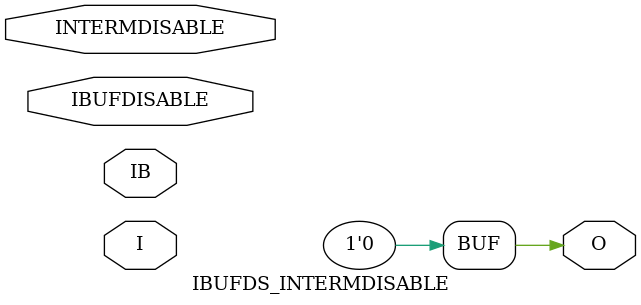
<source format=v>
module IBUFDS_INTERMDISABLE(	// file.cleaned.mlir:2:3
  input  I,	// file.cleaned.mlir:2:38
         IB,	// file.cleaned.mlir:2:50
         IBUFDISABLE,	// file.cleaned.mlir:2:63
         INTERMDISABLE,	// file.cleaned.mlir:2:85
  output O	// file.cleaned.mlir:2:110
);

  assign O = 1'h0;	// file.cleaned.mlir:3:14, :4:5
endmodule


</source>
